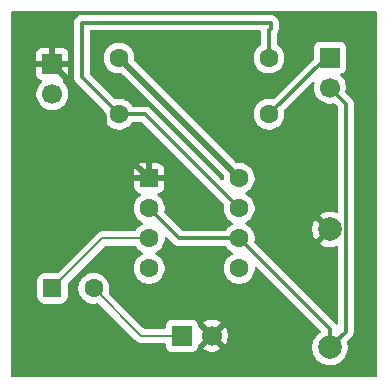
<source format=gbr>
%TF.GenerationSoftware,KiCad,Pcbnew,9.0.7*%
%TF.CreationDate,2026-01-10T14:03:11+05:30*%
%TF.ProjectId,first,66697273-742e-46b6-9963-61645f706362,rev?*%
%TF.SameCoordinates,Original*%
%TF.FileFunction,Copper,L1,Top*%
%TF.FilePolarity,Positive*%
%FSLAX46Y46*%
G04 Gerber Fmt 4.6, Leading zero omitted, Abs format (unit mm)*
G04 Created by KiCad (PCBNEW 9.0.7) date 2026-01-10 14:03:11*
%MOMM*%
%LPD*%
G01*
G04 APERTURE LIST*
G04 Aperture macros list*
%AMRoundRect*
0 Rectangle with rounded corners*
0 $1 Rounding radius*
0 $2 $3 $4 $5 $6 $7 $8 $9 X,Y pos of 4 corners*
0 Add a 4 corners polygon primitive as box body*
4,1,4,$2,$3,$4,$5,$6,$7,$8,$9,$2,$3,0*
0 Add four circle primitives for the rounded corners*
1,1,$1+$1,$2,$3*
1,1,$1+$1,$4,$5*
1,1,$1+$1,$6,$7*
1,1,$1+$1,$8,$9*
0 Add four rect primitives between the rounded corners*
20,1,$1+$1,$2,$3,$4,$5,0*
20,1,$1+$1,$4,$5,$6,$7,0*
20,1,$1+$1,$6,$7,$8,$9,0*
20,1,$1+$1,$8,$9,$2,$3,0*%
G04 Aperture macros list end*
%TA.AperFunction,ComponentPad*%
%ADD10R,1.700000X1.700000*%
%TD*%
%TA.AperFunction,ComponentPad*%
%ADD11C,1.700000*%
%TD*%
%TA.AperFunction,ComponentPad*%
%ADD12C,1.600000*%
%TD*%
%TA.AperFunction,ComponentPad*%
%ADD13RoundRect,0.250000X-0.550000X-0.550000X0.550000X-0.550000X0.550000X0.550000X-0.550000X0.550000X0*%
%TD*%
%TA.AperFunction,ComponentPad*%
%ADD14C,2.000000*%
%TD*%
%TA.AperFunction,Conductor*%
%ADD15C,0.200000*%
%TD*%
%TA.AperFunction,Conductor*%
%ADD16C,0.300000*%
%TD*%
%TA.AperFunction,Conductor*%
%ADD17C,0.500000*%
%TD*%
G04 APERTURE END LIST*
D10*
%TO.P,BATTERY,1,1*%
%TO.N,GND*%
X82500000Y-83500000D03*
D11*
%TO.P,BATTERY,2,2*%
%TO.N,VCC*%
X82500000Y-86040000D03*
%TD*%
D10*
%TO.P,SENSE,1,1*%
%TO.N,Net-(R2-Pad2)*%
X106000000Y-82960000D03*
D11*
%TO.P,SENSE,2,2*%
%TO.N,/TR*%
X106000000Y-85500000D03*
%TD*%
D12*
%TO.P,R2,1*%
%TO.N,/DIS*%
X88150000Y-87750000D03*
%TO.P,R2,2*%
%TO.N,Net-(R2-Pad2)*%
X100850000Y-87750000D03*
%TD*%
%TO.P,R1,1*%
%TO.N,VCC*%
X88150000Y-83000000D03*
%TO.P,R1,2*%
%TO.N,/DIS*%
X100850000Y-83000000D03*
%TD*%
%TO.P,C2,2*%
%TO.N,Net-(C2-Pad2)*%
X86000000Y-102500000D03*
D13*
%TO.P,C2,1*%
%TO.N,/OUT*%
X82500000Y-102500000D03*
%TD*%
D11*
%TO.P,BUZZER,2,2*%
%TO.N,GND*%
X96000000Y-106500000D03*
D10*
%TO.P,BUZZER,1,1*%
%TO.N,Net-(C2-Pad2)*%
X93460000Y-106500000D03*
%TD*%
D14*
%TO.P,C1,2*%
%TO.N,GND*%
X106000000Y-97500000D03*
%TO.P,C1,1*%
%TO.N,/TR*%
X106000000Y-107500000D03*
%TD*%
D12*
%TO.P,U1,8,VCC*%
%TO.N,VCC*%
X98315000Y-93190000D03*
%TO.P,U1,7,DISCH*%
%TO.N,/DIS*%
X98315000Y-95730000D03*
%TO.P,U1,6,THRES*%
%TO.N,/TR*%
X98315000Y-98270000D03*
%TO.P,U1,5,CONT*%
%TO.N,unconnected-(U1-CONT-Pad5)*%
X98315000Y-100810000D03*
%TO.P,U1,4,~{RST}*%
%TO.N,VCC*%
X90695000Y-100810000D03*
%TO.P,U1,3,OUT*%
%TO.N,/OUT*%
X90695000Y-98270000D03*
%TO.P,U1,2,TRIG*%
%TO.N,/TR*%
X90695000Y-95730000D03*
D13*
%TO.P,U1,1,GND*%
%TO.N,GND*%
X90695000Y-93190000D03*
%TD*%
D15*
%TO.N,Net-(C2-Pad2)*%
X90000000Y-106500000D02*
X86000000Y-102500000D01*
X93460000Y-106500000D02*
X90000000Y-106500000D01*
D16*
%TO.N,/TR*%
X90695000Y-95730000D02*
X93235000Y-98270000D01*
D15*
%TO.N,/OUT*%
X86730000Y-98270000D02*
X82500000Y-102500000D01*
X90695000Y-98270000D02*
X86730000Y-98270000D01*
D17*
%TO.N,GND*%
X86899000Y-87899000D02*
X82500000Y-83500000D01*
X86899000Y-89394000D02*
X86899000Y-87899000D01*
X90695000Y-93190000D02*
X86899000Y-89394000D01*
D16*
%TO.N,/TR*%
X106000000Y-105955000D02*
X106000000Y-107500000D01*
X98315000Y-98270000D02*
X106000000Y-105955000D01*
%TO.N,/DIS*%
X101000000Y-80000000D02*
X101000000Y-80500000D01*
X101000000Y-80500000D02*
X100850000Y-80650000D01*
X100850000Y-80650000D02*
X100850000Y-83000000D01*
X85000000Y-80000000D02*
X101000000Y-80000000D01*
X85000000Y-84600000D02*
X85000000Y-80000000D01*
X88150000Y-87750000D02*
X85000000Y-84600000D01*
D17*
%TO.N,VCC*%
X88150000Y-83000000D02*
X98315000Y-93165000D01*
X98315000Y-93165000D02*
X98315000Y-93190000D01*
D16*
%TO.N,/DIS*%
X90335000Y-87750000D02*
X98315000Y-95730000D01*
X88150000Y-87750000D02*
X90335000Y-87750000D01*
%TO.N,/TR*%
X107351000Y-106149000D02*
X106000000Y-107500000D01*
X107351000Y-86851000D02*
X107351000Y-106149000D01*
X106000000Y-85500000D02*
X107351000Y-86851000D01*
%TO.N,Net-(R2-Pad2)*%
X105640000Y-82960000D02*
X100850000Y-87750000D01*
X106000000Y-82960000D02*
X105640000Y-82960000D01*
D17*
%TO.N,GND*%
X82500000Y-83500000D02*
X83500000Y-83500000D01*
D16*
%TO.N,/TR*%
X93235000Y-98270000D02*
X98315000Y-98270000D01*
%TD*%
%TA.AperFunction,Conductor*%
%TO.N,GND*%
G36*
X109942539Y-79020185D02*
G01*
X109988294Y-79072989D01*
X109999500Y-79124500D01*
X109999500Y-109875500D01*
X109979815Y-109942539D01*
X109927011Y-109988294D01*
X109875500Y-109999500D01*
X79124500Y-109999500D01*
X79057461Y-109979815D01*
X79011706Y-109927011D01*
X79000500Y-109875500D01*
X79000500Y-101899983D01*
X81199500Y-101899983D01*
X81199500Y-103100001D01*
X81199501Y-103100018D01*
X81210000Y-103202796D01*
X81210001Y-103202799D01*
X81257856Y-103347213D01*
X81265186Y-103369334D01*
X81357288Y-103518656D01*
X81481344Y-103642712D01*
X81630666Y-103734814D01*
X81797203Y-103789999D01*
X81899991Y-103800500D01*
X83100008Y-103800499D01*
X83202797Y-103789999D01*
X83369334Y-103734814D01*
X83518656Y-103642712D01*
X83642712Y-103518656D01*
X83734814Y-103369334D01*
X83789999Y-103202797D01*
X83800500Y-103100009D01*
X83800499Y-102397648D01*
X84699500Y-102397648D01*
X84699500Y-102602351D01*
X84731522Y-102804534D01*
X84794781Y-102999223D01*
X84887715Y-103181613D01*
X85008028Y-103347213D01*
X85152786Y-103491971D01*
X85307749Y-103604556D01*
X85318390Y-103612287D01*
X85434607Y-103671503D01*
X85500776Y-103705218D01*
X85500778Y-103705218D01*
X85500781Y-103705220D01*
X85591856Y-103734812D01*
X85695465Y-103768477D01*
X85796557Y-103784488D01*
X85897648Y-103800500D01*
X85897649Y-103800500D01*
X86102351Y-103800500D01*
X86102352Y-103800500D01*
X86304534Y-103768477D01*
X86318842Y-103763827D01*
X86388682Y-103761831D01*
X86444842Y-103794077D01*
X89515139Y-106864374D01*
X89515149Y-106864385D01*
X89519479Y-106868715D01*
X89519480Y-106868716D01*
X89631284Y-106980520D01*
X89671152Y-107003537D01*
X89718095Y-107030639D01*
X89718097Y-107030641D01*
X89768213Y-107059576D01*
X89768215Y-107059577D01*
X89920942Y-107100500D01*
X89920943Y-107100500D01*
X91985501Y-107100500D01*
X92052540Y-107120185D01*
X92098295Y-107172989D01*
X92109501Y-107224500D01*
X92109501Y-107397876D01*
X92115908Y-107457483D01*
X92166202Y-107592328D01*
X92166206Y-107592335D01*
X92252452Y-107707544D01*
X92252455Y-107707547D01*
X92367664Y-107793793D01*
X92367671Y-107793797D01*
X92502517Y-107844091D01*
X92502516Y-107844091D01*
X92509444Y-107844835D01*
X92562127Y-107850500D01*
X94357872Y-107850499D01*
X94417483Y-107844091D01*
X94552331Y-107793796D01*
X94667546Y-107707546D01*
X94753796Y-107592331D01*
X94804091Y-107457483D01*
X94810500Y-107397873D01*
X94810499Y-107373979D01*
X94813330Y-107360963D01*
X94823940Y-107341525D01*
X94830179Y-107320275D01*
X94846803Y-107299643D01*
X94846808Y-107299636D01*
X94846811Y-107299634D01*
X94846818Y-107299626D01*
X95517037Y-106629408D01*
X95534075Y-106692993D01*
X95599901Y-106807007D01*
X95692993Y-106900099D01*
X95807007Y-106965925D01*
X95870590Y-106982962D01*
X95238282Y-107615269D01*
X95238282Y-107615270D01*
X95292449Y-107654624D01*
X95481782Y-107751095D01*
X95683870Y-107816757D01*
X95893754Y-107850000D01*
X96106246Y-107850000D01*
X96316127Y-107816757D01*
X96316130Y-107816757D01*
X96518217Y-107751095D01*
X96707554Y-107654622D01*
X96761716Y-107615270D01*
X96761717Y-107615270D01*
X96129408Y-106982962D01*
X96192993Y-106965925D01*
X96307007Y-106900099D01*
X96400099Y-106807007D01*
X96465925Y-106692993D01*
X96482962Y-106629409D01*
X97115270Y-107261717D01*
X97115270Y-107261716D01*
X97154622Y-107207554D01*
X97251095Y-107018217D01*
X97316757Y-106816130D01*
X97316757Y-106816127D01*
X97350000Y-106606246D01*
X97350000Y-106393753D01*
X97316757Y-106183872D01*
X97316757Y-106183869D01*
X97251095Y-105981782D01*
X97154624Y-105792449D01*
X97115270Y-105738282D01*
X97115269Y-105738282D01*
X96482962Y-106370590D01*
X96465925Y-106307007D01*
X96400099Y-106192993D01*
X96307007Y-106099901D01*
X96192993Y-106034075D01*
X96129409Y-106017037D01*
X96761716Y-105384728D01*
X96707550Y-105345375D01*
X96518217Y-105248904D01*
X96316129Y-105183242D01*
X96106246Y-105150000D01*
X95893754Y-105150000D01*
X95683872Y-105183242D01*
X95683869Y-105183242D01*
X95481782Y-105248904D01*
X95292439Y-105345380D01*
X95238282Y-105384727D01*
X95238282Y-105384728D01*
X95870591Y-106017037D01*
X95807007Y-106034075D01*
X95692993Y-106099901D01*
X95599901Y-106192993D01*
X95534075Y-106307007D01*
X95517037Y-106370591D01*
X94846818Y-105700372D01*
X94813333Y-105639049D01*
X94813330Y-105639036D01*
X94810499Y-105626015D01*
X94810499Y-105602128D01*
X94804091Y-105542517D01*
X94775926Y-105467002D01*
X94753798Y-105407673D01*
X94753793Y-105407664D01*
X94667547Y-105292455D01*
X94667544Y-105292452D01*
X94552335Y-105206206D01*
X94552328Y-105206202D01*
X94417482Y-105155908D01*
X94417483Y-105155908D01*
X94357883Y-105149501D01*
X94357881Y-105149500D01*
X94357873Y-105149500D01*
X94357864Y-105149500D01*
X92562129Y-105149500D01*
X92562123Y-105149501D01*
X92502516Y-105155908D01*
X92367671Y-105206202D01*
X92367664Y-105206206D01*
X92252455Y-105292452D01*
X92252452Y-105292455D01*
X92166206Y-105407664D01*
X92166202Y-105407671D01*
X92115908Y-105542517D01*
X92109501Y-105602116D01*
X92109500Y-105602135D01*
X92109500Y-105775500D01*
X92089815Y-105842539D01*
X92037011Y-105888294D01*
X91985500Y-105899500D01*
X90300097Y-105899500D01*
X90233058Y-105879815D01*
X90212416Y-105863181D01*
X87294077Y-102944842D01*
X87260592Y-102883519D01*
X87263828Y-102818841D01*
X87268477Y-102804534D01*
X87300500Y-102602352D01*
X87300500Y-102397648D01*
X87268477Y-102195466D01*
X87205220Y-102000781D01*
X87205218Y-102000778D01*
X87205218Y-102000776D01*
X87153865Y-101899991D01*
X87112287Y-101818390D01*
X87096894Y-101797203D01*
X86991971Y-101652786D01*
X86847213Y-101508028D01*
X86681613Y-101387715D01*
X86681612Y-101387714D01*
X86681610Y-101387713D01*
X86621898Y-101357288D01*
X86499223Y-101294781D01*
X86304534Y-101231522D01*
X86129995Y-101203878D01*
X86102352Y-101199500D01*
X85897648Y-101199500D01*
X85873329Y-101203351D01*
X85695465Y-101231522D01*
X85500776Y-101294781D01*
X85318386Y-101387715D01*
X85152786Y-101508028D01*
X85008028Y-101652786D01*
X84887715Y-101818386D01*
X84794781Y-102000776D01*
X84731522Y-102195465D01*
X84699500Y-102397648D01*
X83800499Y-102397648D01*
X83800499Y-102100095D01*
X83820184Y-102033057D01*
X83836813Y-102012420D01*
X86942416Y-98906819D01*
X87003739Y-98873334D01*
X87030097Y-98870500D01*
X89465398Y-98870500D01*
X89532437Y-98890185D01*
X89575883Y-98938205D01*
X89582715Y-98951614D01*
X89703028Y-99117213D01*
X89847786Y-99261971D01*
X90002749Y-99374556D01*
X90013390Y-99382287D01*
X90104840Y-99428883D01*
X90106080Y-99429515D01*
X90156876Y-99477490D01*
X90173671Y-99545311D01*
X90151134Y-99611446D01*
X90106080Y-99650485D01*
X90013386Y-99697715D01*
X89847786Y-99818028D01*
X89703028Y-99962786D01*
X89582715Y-100128386D01*
X89489781Y-100310776D01*
X89426522Y-100505465D01*
X89394500Y-100707648D01*
X89394500Y-100912351D01*
X89426522Y-101114534D01*
X89489781Y-101309223D01*
X89553691Y-101434653D01*
X89577482Y-101481344D01*
X89582715Y-101491613D01*
X89703028Y-101657213D01*
X89847786Y-101801971D01*
X89982691Y-101899983D01*
X90013390Y-101922287D01*
X90129607Y-101981503D01*
X90195776Y-102015218D01*
X90195778Y-102015218D01*
X90195781Y-102015220D01*
X90250678Y-102033057D01*
X90390465Y-102078477D01*
X90491557Y-102094488D01*
X90592648Y-102110500D01*
X90592649Y-102110500D01*
X90797351Y-102110500D01*
X90797352Y-102110500D01*
X90999534Y-102078477D01*
X91194219Y-102015220D01*
X91376610Y-101922287D01*
X91469590Y-101854732D01*
X91542213Y-101801971D01*
X91542215Y-101801968D01*
X91542219Y-101801966D01*
X91686966Y-101657219D01*
X91686968Y-101657215D01*
X91686971Y-101657213D01*
X91795354Y-101508034D01*
X91807287Y-101491610D01*
X91900220Y-101309219D01*
X91963477Y-101114534D01*
X91995500Y-100912352D01*
X91995500Y-100707648D01*
X91963477Y-100505466D01*
X91900220Y-100310781D01*
X91900218Y-100310778D01*
X91900218Y-100310776D01*
X91866503Y-100244607D01*
X91807287Y-100128390D01*
X91799556Y-100117749D01*
X91686971Y-99962786D01*
X91542213Y-99818028D01*
X91376614Y-99697715D01*
X91370006Y-99694348D01*
X91283917Y-99650483D01*
X91233123Y-99602511D01*
X91216328Y-99534690D01*
X91238865Y-99468555D01*
X91283917Y-99429516D01*
X91376610Y-99382287D01*
X91397770Y-99366913D01*
X91542213Y-99261971D01*
X91542215Y-99261968D01*
X91542219Y-99261966D01*
X91686966Y-99117219D01*
X91686968Y-99117215D01*
X91686971Y-99117213D01*
X91772775Y-98999112D01*
X91807287Y-98951610D01*
X91900220Y-98769219D01*
X91963477Y-98574534D01*
X91995500Y-98372352D01*
X91995500Y-98249808D01*
X92015185Y-98182769D01*
X92067989Y-98137014D01*
X92137147Y-98127070D01*
X92200703Y-98156095D01*
X92207181Y-98162127D01*
X92820324Y-98775271D01*
X92820327Y-98775274D01*
X92901599Y-98829578D01*
X92901598Y-98829578D01*
X92920574Y-98842256D01*
X92926873Y-98846465D01*
X93045256Y-98895501D01*
X93045260Y-98895501D01*
X93045261Y-98895502D01*
X93170928Y-98920500D01*
X93170931Y-98920500D01*
X97116929Y-98920500D01*
X97183968Y-98940185D01*
X97217245Y-98971613D01*
X97252588Y-99020257D01*
X97323034Y-99117219D01*
X97467786Y-99261971D01*
X97622749Y-99374556D01*
X97633390Y-99382287D01*
X97724840Y-99428883D01*
X97726080Y-99429515D01*
X97776876Y-99477490D01*
X97793671Y-99545311D01*
X97771134Y-99611446D01*
X97726080Y-99650485D01*
X97633386Y-99697715D01*
X97467786Y-99818028D01*
X97323028Y-99962786D01*
X97202715Y-100128386D01*
X97109781Y-100310776D01*
X97046522Y-100505465D01*
X97014500Y-100707648D01*
X97014500Y-100912351D01*
X97046522Y-101114534D01*
X97109781Y-101309223D01*
X97173691Y-101434653D01*
X97197482Y-101481344D01*
X97202715Y-101491613D01*
X97323028Y-101657213D01*
X97467786Y-101801971D01*
X97602691Y-101899983D01*
X97633390Y-101922287D01*
X97749607Y-101981503D01*
X97815776Y-102015218D01*
X97815778Y-102015218D01*
X97815781Y-102015220D01*
X97870678Y-102033057D01*
X98010465Y-102078477D01*
X98111557Y-102094488D01*
X98212648Y-102110500D01*
X98212649Y-102110500D01*
X98417351Y-102110500D01*
X98417352Y-102110500D01*
X98619534Y-102078477D01*
X98814219Y-102015220D01*
X98996610Y-101922287D01*
X99089590Y-101854732D01*
X99162213Y-101801971D01*
X99162215Y-101801968D01*
X99162219Y-101801966D01*
X99306966Y-101657219D01*
X99306968Y-101657215D01*
X99306971Y-101657213D01*
X99415354Y-101508034D01*
X99427287Y-101491610D01*
X99520220Y-101309219D01*
X99583477Y-101114534D01*
X99615500Y-100912352D01*
X99615500Y-100789807D01*
X99635185Y-100722768D01*
X99687989Y-100677013D01*
X99757147Y-100667069D01*
X99820703Y-100696094D01*
X99827167Y-100702113D01*
X102472268Y-103347213D01*
X105185126Y-106060071D01*
X105218611Y-106121394D01*
X105213627Y-106191086D01*
X105171755Y-106247019D01*
X105170340Y-106248063D01*
X105022490Y-106355483D01*
X105022488Y-106355485D01*
X105022487Y-106355485D01*
X104855485Y-106522487D01*
X104855485Y-106522488D01*
X104855483Y-106522490D01*
X104795862Y-106604550D01*
X104716657Y-106713566D01*
X104609433Y-106924003D01*
X104536446Y-107148631D01*
X104499500Y-107381902D01*
X104499500Y-107618097D01*
X104536446Y-107851368D01*
X104609433Y-108075996D01*
X104716657Y-108286433D01*
X104855483Y-108477510D01*
X105022490Y-108644517D01*
X105213567Y-108783343D01*
X105312991Y-108834002D01*
X105424003Y-108890566D01*
X105424005Y-108890566D01*
X105424008Y-108890568D01*
X105544412Y-108929689D01*
X105648631Y-108963553D01*
X105881903Y-109000500D01*
X105881908Y-109000500D01*
X106118097Y-109000500D01*
X106351368Y-108963553D01*
X106575992Y-108890568D01*
X106786433Y-108783343D01*
X106977510Y-108644517D01*
X107144517Y-108477510D01*
X107283343Y-108286433D01*
X107390568Y-108075992D01*
X107463553Y-107851368D01*
X107472671Y-107793797D01*
X107500500Y-107618097D01*
X107500500Y-107381902D01*
X107472885Y-107207554D01*
X107463553Y-107148632D01*
X107439888Y-107075802D01*
X107437894Y-107005963D01*
X107470136Y-106949808D01*
X107856277Y-106563669D01*
X107927466Y-106457126D01*
X107976501Y-106338743D01*
X107991543Y-106263127D01*
X108001500Y-106213069D01*
X108001500Y-86786931D01*
X108001500Y-86786928D01*
X107976502Y-86661260D01*
X107976500Y-86661254D01*
X107966749Y-86637715D01*
X107956189Y-86612221D01*
X107928256Y-86544781D01*
X107927468Y-86542878D01*
X107927462Y-86542868D01*
X107856278Y-86436332D01*
X107856272Y-86436325D01*
X107350657Y-85930711D01*
X107317172Y-85869388D01*
X107317689Y-85821245D01*
X107316484Y-85821055D01*
X107350500Y-85606286D01*
X107350500Y-85393713D01*
X107340754Y-85332179D01*
X107317246Y-85183757D01*
X107251557Y-84981588D01*
X107155051Y-84792184D01*
X107155049Y-84792181D01*
X107155048Y-84792179D01*
X107030109Y-84620213D01*
X106916569Y-84506673D01*
X106883084Y-84445350D01*
X106888068Y-84375658D01*
X106929940Y-84319725D01*
X106960915Y-84302810D01*
X107092331Y-84253796D01*
X107207546Y-84167546D01*
X107293796Y-84052331D01*
X107344091Y-83917483D01*
X107350500Y-83857873D01*
X107350499Y-82062128D01*
X107344091Y-82002517D01*
X107306692Y-81902246D01*
X107293797Y-81867671D01*
X107293793Y-81867664D01*
X107207547Y-81752455D01*
X107207544Y-81752452D01*
X107092335Y-81666206D01*
X107092328Y-81666202D01*
X106957482Y-81615908D01*
X106957483Y-81615908D01*
X106897883Y-81609501D01*
X106897881Y-81609500D01*
X106897873Y-81609500D01*
X106897864Y-81609500D01*
X105102129Y-81609500D01*
X105102123Y-81609501D01*
X105042516Y-81615908D01*
X104907671Y-81666202D01*
X104907664Y-81666206D01*
X104792455Y-81752452D01*
X104792452Y-81752455D01*
X104706206Y-81867664D01*
X104706202Y-81867671D01*
X104655908Y-82002517D01*
X104649501Y-82062116D01*
X104649501Y-82062123D01*
X104649500Y-82062135D01*
X104649500Y-82979191D01*
X104629815Y-83046230D01*
X104613181Y-83066872D01*
X101237190Y-86442862D01*
X101175867Y-86476347D01*
X101130111Y-86477654D01*
X100984611Y-86454609D01*
X100952352Y-86449500D01*
X100747648Y-86449500D01*
X100723329Y-86453351D01*
X100545465Y-86481522D01*
X100350776Y-86544781D01*
X100168386Y-86637715D01*
X100002786Y-86758028D01*
X99858028Y-86902786D01*
X99737715Y-87068386D01*
X99644781Y-87250776D01*
X99581522Y-87445465D01*
X99549500Y-87647648D01*
X99549500Y-87852351D01*
X99581522Y-88054534D01*
X99644781Y-88249223D01*
X99737715Y-88431613D01*
X99858028Y-88597213D01*
X100002786Y-88741971D01*
X100157749Y-88854556D01*
X100168390Y-88862287D01*
X100284607Y-88921503D01*
X100350776Y-88955218D01*
X100350778Y-88955218D01*
X100350781Y-88955220D01*
X100455137Y-88989127D01*
X100545465Y-89018477D01*
X100646557Y-89034488D01*
X100747648Y-89050500D01*
X100747649Y-89050500D01*
X100952351Y-89050500D01*
X100952352Y-89050500D01*
X101154534Y-89018477D01*
X101349219Y-88955220D01*
X101531610Y-88862287D01*
X101624590Y-88794732D01*
X101697213Y-88741971D01*
X101697215Y-88741968D01*
X101697219Y-88741966D01*
X101841966Y-88597219D01*
X101841968Y-88597215D01*
X101841971Y-88597213D01*
X101894732Y-88524590D01*
X101962287Y-88431610D01*
X102055220Y-88249219D01*
X102118477Y-88054534D01*
X102150500Y-87852352D01*
X102150500Y-87647648D01*
X102122345Y-87469886D01*
X102131300Y-87400593D01*
X102157134Y-87362810D01*
X104484342Y-85035602D01*
X104545663Y-85002119D01*
X104615355Y-85007103D01*
X104671288Y-85048975D01*
X104695705Y-85114439D01*
X104689953Y-85161601D01*
X104682753Y-85183761D01*
X104649500Y-85393713D01*
X104649500Y-85606286D01*
X104668105Y-85723757D01*
X104682754Y-85816243D01*
X104720922Y-85933713D01*
X104748444Y-86018414D01*
X104844951Y-86207820D01*
X104969890Y-86379786D01*
X105120213Y-86530109D01*
X105292179Y-86655048D01*
X105292181Y-86655049D01*
X105292184Y-86655051D01*
X105481588Y-86751557D01*
X105683757Y-86817246D01*
X105893713Y-86850500D01*
X105893714Y-86850500D01*
X106106286Y-86850500D01*
X106106287Y-86850500D01*
X106216111Y-86833105D01*
X106321055Y-86816484D01*
X106321315Y-86818128D01*
X106383852Y-86821250D01*
X106430711Y-86850657D01*
X106664181Y-87084127D01*
X106697666Y-87145450D01*
X106700500Y-87171808D01*
X106700500Y-95979742D01*
X106680815Y-96046781D01*
X106628011Y-96092536D01*
X106558853Y-96102480D01*
X106538182Y-96097673D01*
X106351247Y-96036934D01*
X106351248Y-96036934D01*
X106118052Y-96000000D01*
X105881948Y-96000000D01*
X105648752Y-96036934D01*
X105424197Y-96109897D01*
X105213830Y-96217084D01*
X105130894Y-96277340D01*
X105870591Y-97017037D01*
X105807007Y-97034075D01*
X105692993Y-97099901D01*
X105599901Y-97192993D01*
X105534075Y-97307007D01*
X105517037Y-97370591D01*
X104777340Y-96630894D01*
X104717084Y-96713830D01*
X104609897Y-96924197D01*
X104536934Y-97148752D01*
X104500000Y-97381947D01*
X104500000Y-97618052D01*
X104536934Y-97851247D01*
X104609897Y-98075802D01*
X104717087Y-98286174D01*
X104777338Y-98369104D01*
X104777340Y-98369105D01*
X105517037Y-97629408D01*
X105534075Y-97692993D01*
X105599901Y-97807007D01*
X105692993Y-97900099D01*
X105807007Y-97965925D01*
X105870589Y-97982962D01*
X105130893Y-98722658D01*
X105213828Y-98782914D01*
X105424197Y-98890102D01*
X105648752Y-98963065D01*
X105648751Y-98963065D01*
X105881948Y-99000000D01*
X106118052Y-99000000D01*
X106351245Y-98963065D01*
X106538181Y-98902326D01*
X106608022Y-98900331D01*
X106667855Y-98936411D01*
X106698684Y-98999112D01*
X106700500Y-99020257D01*
X106700500Y-105436192D01*
X106694261Y-105457437D01*
X106692682Y-105479525D01*
X106684609Y-105490308D01*
X106680815Y-105503231D01*
X106664083Y-105517729D01*
X106650811Y-105535459D01*
X106638188Y-105540166D01*
X106628011Y-105548986D01*
X106606095Y-105552137D01*
X106585347Y-105559876D01*
X106572185Y-105557013D01*
X106558853Y-105558930D01*
X106538711Y-105549731D01*
X106517074Y-105545025D01*
X106499345Y-105531753D01*
X106495297Y-105529905D01*
X106488819Y-105523874D01*
X106455253Y-105490308D01*
X106414669Y-105449724D01*
X103043422Y-102078477D01*
X99622137Y-98657191D01*
X99588652Y-98595868D01*
X99587345Y-98550112D01*
X99615500Y-98372351D01*
X99615500Y-98167648D01*
X99583477Y-97965465D01*
X99546365Y-97851247D01*
X99520220Y-97770781D01*
X99520218Y-97770778D01*
X99520218Y-97770776D01*
X99480585Y-97692993D01*
X99427287Y-97588390D01*
X99410294Y-97565001D01*
X99326713Y-97449960D01*
X99326712Y-97449959D01*
X99306969Y-97422784D01*
X99162213Y-97278028D01*
X98996614Y-97157715D01*
X98979023Y-97148752D01*
X98903917Y-97110483D01*
X98853123Y-97062511D01*
X98836328Y-96994690D01*
X98858865Y-96928555D01*
X98903917Y-96889516D01*
X98996610Y-96842287D01*
X99017770Y-96826913D01*
X99162213Y-96721971D01*
X99162215Y-96721968D01*
X99162219Y-96721966D01*
X99306966Y-96577219D01*
X99306968Y-96577215D01*
X99306971Y-96577213D01*
X99359732Y-96504590D01*
X99427287Y-96411610D01*
X99520220Y-96229219D01*
X99583477Y-96034534D01*
X99615500Y-95832352D01*
X99615500Y-95627648D01*
X99583477Y-95425466D01*
X99520220Y-95230781D01*
X99520218Y-95230778D01*
X99520218Y-95230776D01*
X99486503Y-95164607D01*
X99427287Y-95048390D01*
X99419556Y-95037749D01*
X99306971Y-94882786D01*
X99162213Y-94738028D01*
X98996614Y-94617715D01*
X98989884Y-94614286D01*
X98903917Y-94570483D01*
X98853123Y-94522511D01*
X98836328Y-94454690D01*
X98858865Y-94388555D01*
X98903917Y-94349516D01*
X98996610Y-94302287D01*
X99017770Y-94286913D01*
X99162213Y-94181971D01*
X99162215Y-94181968D01*
X99162219Y-94181966D01*
X99306966Y-94037219D01*
X99306968Y-94037215D01*
X99306971Y-94037213D01*
X99359732Y-93964590D01*
X99427287Y-93871610D01*
X99520220Y-93689219D01*
X99583477Y-93494534D01*
X99615500Y-93292352D01*
X99615500Y-93087648D01*
X99593380Y-92947988D01*
X99583477Y-92885465D01*
X99520218Y-92690776D01*
X99486503Y-92624607D01*
X99427287Y-92508390D01*
X99411966Y-92487302D01*
X99306971Y-92342786D01*
X99162213Y-92198028D01*
X98996613Y-92077715D01*
X98996612Y-92077714D01*
X98996610Y-92077713D01*
X98937675Y-92047684D01*
X98814223Y-91984781D01*
X98619534Y-91921522D01*
X98444995Y-91893878D01*
X98417352Y-91889500D01*
X98212648Y-91889500D01*
X98212642Y-91889500D01*
X98178553Y-91894899D01*
X98109260Y-91885944D01*
X98071475Y-91860107D01*
X89476473Y-83265105D01*
X89442988Y-83203782D01*
X89441681Y-83158027D01*
X89450500Y-83102352D01*
X89450500Y-82897648D01*
X89418477Y-82695466D01*
X89355220Y-82500781D01*
X89355218Y-82500778D01*
X89355218Y-82500776D01*
X89307898Y-82407906D01*
X89262287Y-82318390D01*
X89243704Y-82292812D01*
X89141971Y-82152786D01*
X88997213Y-82008028D01*
X88831613Y-81887715D01*
X88831612Y-81887714D01*
X88831610Y-81887713D01*
X88751542Y-81846916D01*
X88649223Y-81794781D01*
X88454534Y-81731522D01*
X88279995Y-81703878D01*
X88252352Y-81699500D01*
X88047648Y-81699500D01*
X88023329Y-81703351D01*
X87845465Y-81731522D01*
X87650776Y-81794781D01*
X87468386Y-81887715D01*
X87302786Y-82008028D01*
X87158028Y-82152786D01*
X87037715Y-82318386D01*
X86944781Y-82500776D01*
X86881522Y-82695465D01*
X86849500Y-82897648D01*
X86849500Y-83102351D01*
X86881522Y-83304534D01*
X86944781Y-83499223D01*
X87037715Y-83681613D01*
X87158028Y-83847213D01*
X87302786Y-83991971D01*
X87385872Y-84052335D01*
X87468390Y-84112287D01*
X87576838Y-84167544D01*
X87650776Y-84205218D01*
X87650778Y-84205218D01*
X87650781Y-84205220D01*
X87755137Y-84239127D01*
X87845465Y-84268477D01*
X87929564Y-84281797D01*
X88047648Y-84300500D01*
X88047649Y-84300500D01*
X88252350Y-84300500D01*
X88252352Y-84300500D01*
X88308026Y-84291681D01*
X88377318Y-84300635D01*
X88415105Y-84326473D01*
X96991944Y-92903312D01*
X97008422Y-92933489D01*
X97025195Y-92963582D01*
X97025216Y-92964246D01*
X97025429Y-92964635D01*
X97028019Y-92998763D01*
X97027651Y-93004610D01*
X97014500Y-93087648D01*
X97014500Y-93214075D01*
X97014256Y-93217962D01*
X97003606Y-93247291D01*
X96994815Y-93277231D01*
X96991780Y-93279860D01*
X96990409Y-93283637D01*
X96965583Y-93302560D01*
X96942011Y-93322986D01*
X96938037Y-93323557D01*
X96934842Y-93325993D01*
X96903732Y-93328489D01*
X96872853Y-93332930D01*
X96869199Y-93331261D01*
X96865196Y-93331583D01*
X96837680Y-93316867D01*
X96809297Y-93303905D01*
X96803701Y-93298694D01*
X96803584Y-93298632D01*
X96803529Y-93298534D01*
X96802819Y-93297873D01*
X90749674Y-87244727D01*
X90749673Y-87244726D01*
X90675328Y-87195051D01*
X90643127Y-87173535D01*
X90524744Y-87124499D01*
X90524738Y-87124497D01*
X90399071Y-87099500D01*
X90399069Y-87099500D01*
X89348071Y-87099500D01*
X89281032Y-87079815D01*
X89247754Y-87048386D01*
X89141966Y-86902781D01*
X88997219Y-86758034D01*
X88997213Y-86758028D01*
X88831613Y-86637715D01*
X88831612Y-86637714D01*
X88831610Y-86637713D01*
X88774653Y-86608691D01*
X88649223Y-86544781D01*
X88454534Y-86481522D01*
X88279995Y-86453878D01*
X88252352Y-86449500D01*
X88047648Y-86449500D01*
X87869886Y-86477654D01*
X87800593Y-86468699D01*
X87762808Y-86442862D01*
X85686819Y-84366873D01*
X85653334Y-84305550D01*
X85650500Y-84279192D01*
X85650500Y-80774500D01*
X85670185Y-80707461D01*
X85722989Y-80661706D01*
X85774500Y-80650500D01*
X100075500Y-80650500D01*
X100142539Y-80670185D01*
X100188294Y-80722989D01*
X100199500Y-80774500D01*
X100199500Y-81801928D01*
X100179815Y-81868967D01*
X100148385Y-81902246D01*
X100002787Y-82008028D01*
X100002782Y-82008032D01*
X99858028Y-82152786D01*
X99737715Y-82318386D01*
X99644781Y-82500776D01*
X99581522Y-82695465D01*
X99549500Y-82897648D01*
X99549500Y-83102351D01*
X99581522Y-83304534D01*
X99644781Y-83499223D01*
X99737715Y-83681613D01*
X99858028Y-83847213D01*
X100002786Y-83991971D01*
X100085872Y-84052335D01*
X100168390Y-84112287D01*
X100276838Y-84167544D01*
X100350776Y-84205218D01*
X100350778Y-84205218D01*
X100350781Y-84205220D01*
X100455137Y-84239127D01*
X100545465Y-84268477D01*
X100629564Y-84281797D01*
X100747648Y-84300500D01*
X100747649Y-84300500D01*
X100952351Y-84300500D01*
X100952352Y-84300500D01*
X101154534Y-84268477D01*
X101349219Y-84205220D01*
X101531610Y-84112287D01*
X101624590Y-84044732D01*
X101697213Y-83991971D01*
X101697215Y-83991968D01*
X101697219Y-83991966D01*
X101841966Y-83847219D01*
X101841968Y-83847215D01*
X101841971Y-83847213D01*
X101912599Y-83750000D01*
X101962287Y-83681610D01*
X102055220Y-83499219D01*
X102118477Y-83304534D01*
X102150500Y-83102352D01*
X102150500Y-82897648D01*
X102118477Y-82695466D01*
X102055220Y-82500781D01*
X102055218Y-82500778D01*
X102055218Y-82500776D01*
X102007898Y-82407906D01*
X101962287Y-82318390D01*
X101943704Y-82292812D01*
X101841971Y-82152786D01*
X101697217Y-82008032D01*
X101697212Y-82008028D01*
X101551615Y-81902246D01*
X101508949Y-81846916D01*
X101500500Y-81801928D01*
X101500500Y-80959432D01*
X101520185Y-80892393D01*
X101521398Y-80890542D01*
X101576464Y-80808128D01*
X101576465Y-80808127D01*
X101625501Y-80689744D01*
X101638280Y-80625501D01*
X101650500Y-80564069D01*
X101650500Y-79935931D01*
X101650500Y-79935928D01*
X101625502Y-79810261D01*
X101625501Y-79810260D01*
X101625501Y-79810256D01*
X101576465Y-79691873D01*
X101576464Y-79691872D01*
X101576461Y-79691866D01*
X101505276Y-79585331D01*
X101505273Y-79585327D01*
X101414672Y-79494726D01*
X101414668Y-79494723D01*
X101308133Y-79423538D01*
X101308124Y-79423533D01*
X101189744Y-79374499D01*
X101189738Y-79374497D01*
X101064071Y-79349500D01*
X101064069Y-79349500D01*
X85064069Y-79349500D01*
X84935931Y-79349500D01*
X84935929Y-79349500D01*
X84810261Y-79374497D01*
X84810255Y-79374499D01*
X84691875Y-79423533D01*
X84691866Y-79423538D01*
X84585331Y-79494723D01*
X84585327Y-79494726D01*
X84494726Y-79585327D01*
X84494723Y-79585331D01*
X84423538Y-79691866D01*
X84423533Y-79691875D01*
X84374499Y-79810255D01*
X84374497Y-79810261D01*
X84349500Y-79935928D01*
X84349500Y-84664070D01*
X84361195Y-84722860D01*
X84361195Y-84722862D01*
X84374497Y-84789736D01*
X84374499Y-84789744D01*
X84413662Y-84884293D01*
X84423535Y-84908127D01*
X84489668Y-85007103D01*
X84494726Y-85014673D01*
X84494727Y-85014674D01*
X86842862Y-87362808D01*
X86876347Y-87424131D01*
X86877654Y-87469886D01*
X86849500Y-87647647D01*
X86849500Y-87852351D01*
X86881522Y-88054534D01*
X86944781Y-88249223D01*
X87037715Y-88431613D01*
X87158028Y-88597213D01*
X87302786Y-88741971D01*
X87457749Y-88854556D01*
X87468390Y-88862287D01*
X87584607Y-88921503D01*
X87650776Y-88955218D01*
X87650778Y-88955218D01*
X87650781Y-88955220D01*
X87755137Y-88989127D01*
X87845465Y-89018477D01*
X87946557Y-89034488D01*
X88047648Y-89050500D01*
X88047649Y-89050500D01*
X88252351Y-89050500D01*
X88252352Y-89050500D01*
X88454534Y-89018477D01*
X88649219Y-88955220D01*
X88831610Y-88862287D01*
X88924590Y-88794732D01*
X88997213Y-88741971D01*
X88997215Y-88741968D01*
X88997219Y-88741966D01*
X89141966Y-88597219D01*
X89247753Y-88451613D01*
X89303082Y-88408949D01*
X89348071Y-88400500D01*
X90014192Y-88400500D01*
X90081231Y-88420185D01*
X90101873Y-88436819D01*
X97007862Y-95342808D01*
X97041347Y-95404131D01*
X97042654Y-95449886D01*
X97014500Y-95627647D01*
X97014500Y-95832351D01*
X97046522Y-96034534D01*
X97109781Y-96229223D01*
X97202715Y-96411613D01*
X97323028Y-96577213D01*
X97467786Y-96721971D01*
X97622749Y-96834556D01*
X97633390Y-96842287D01*
X97724840Y-96888883D01*
X97726080Y-96889515D01*
X97776876Y-96937490D01*
X97793671Y-97005311D01*
X97771134Y-97071446D01*
X97726080Y-97110485D01*
X97633386Y-97157715D01*
X97467786Y-97278028D01*
X97323034Y-97422780D01*
X97303288Y-97449959D01*
X97217246Y-97568386D01*
X97161918Y-97611051D01*
X97116929Y-97619500D01*
X93555808Y-97619500D01*
X93488769Y-97599815D01*
X93468127Y-97583181D01*
X92002137Y-96117191D01*
X91968652Y-96055868D01*
X91967345Y-96010112D01*
X91995500Y-95832351D01*
X91995500Y-95627648D01*
X91963477Y-95425465D01*
X91900218Y-95230776D01*
X91866503Y-95164607D01*
X91807287Y-95048390D01*
X91799556Y-95037749D01*
X91686971Y-94882786D01*
X91542217Y-94738032D01*
X91542212Y-94738028D01*
X91448051Y-94669616D01*
X91405385Y-94614286D01*
X91399406Y-94544673D01*
X91432012Y-94482878D01*
X91481933Y-94451592D01*
X91564117Y-94424359D01*
X91564124Y-94424356D01*
X91713345Y-94332315D01*
X91837315Y-94208345D01*
X91929356Y-94059124D01*
X91929358Y-94059119D01*
X91984505Y-93892697D01*
X91984506Y-93892690D01*
X91994999Y-93789986D01*
X91995000Y-93789973D01*
X91995000Y-93440000D01*
X91010686Y-93440000D01*
X91015080Y-93435606D01*
X91067741Y-93344394D01*
X91095000Y-93242661D01*
X91095000Y-93137339D01*
X91067741Y-93035606D01*
X91015080Y-92944394D01*
X91010686Y-92940000D01*
X91994999Y-92940000D01*
X91994999Y-92590028D01*
X91994998Y-92590013D01*
X91984505Y-92487302D01*
X91929358Y-92320880D01*
X91929356Y-92320875D01*
X91837315Y-92171654D01*
X91713345Y-92047684D01*
X91564124Y-91955643D01*
X91564119Y-91955641D01*
X91397697Y-91900494D01*
X91397690Y-91900493D01*
X91294986Y-91890000D01*
X90945000Y-91890000D01*
X90945000Y-92874314D01*
X90940606Y-92869920D01*
X90849394Y-92817259D01*
X90747661Y-92790000D01*
X90642339Y-92790000D01*
X90540606Y-92817259D01*
X90449394Y-92869920D01*
X90445000Y-92874314D01*
X90445000Y-91890000D01*
X90095028Y-91890000D01*
X90095012Y-91890001D01*
X89992302Y-91900494D01*
X89825880Y-91955641D01*
X89825875Y-91955643D01*
X89676654Y-92047684D01*
X89552684Y-92171654D01*
X89460643Y-92320875D01*
X89460641Y-92320880D01*
X89405494Y-92487302D01*
X89405493Y-92487309D01*
X89395000Y-92590013D01*
X89395000Y-92940000D01*
X90379314Y-92940000D01*
X90374920Y-92944394D01*
X90322259Y-93035606D01*
X90295000Y-93137339D01*
X90295000Y-93242661D01*
X90322259Y-93344394D01*
X90374920Y-93435606D01*
X90379314Y-93440000D01*
X89395001Y-93440000D01*
X89395001Y-93789986D01*
X89405494Y-93892697D01*
X89460641Y-94059119D01*
X89460643Y-94059124D01*
X89552684Y-94208345D01*
X89676654Y-94332315D01*
X89825875Y-94424356D01*
X89825882Y-94424359D01*
X89908067Y-94451592D01*
X89965512Y-94491364D01*
X89992336Y-94555880D01*
X89980021Y-94624656D01*
X89941949Y-94669616D01*
X89847787Y-94738028D01*
X89847782Y-94738032D01*
X89703028Y-94882786D01*
X89582715Y-95048386D01*
X89489781Y-95230776D01*
X89426522Y-95425465D01*
X89394500Y-95627648D01*
X89394500Y-95832351D01*
X89426522Y-96034534D01*
X89489781Y-96229223D01*
X89582715Y-96411613D01*
X89703028Y-96577213D01*
X89847786Y-96721971D01*
X90002749Y-96834556D01*
X90013390Y-96842287D01*
X90104840Y-96888883D01*
X90106080Y-96889515D01*
X90156876Y-96937490D01*
X90173671Y-97005311D01*
X90151134Y-97071446D01*
X90106080Y-97110485D01*
X90013386Y-97157715D01*
X89847786Y-97278028D01*
X89703028Y-97422786D01*
X89582715Y-97588385D01*
X89575883Y-97601795D01*
X89527909Y-97652591D01*
X89465398Y-97669500D01*
X86650940Y-97669500D01*
X86610019Y-97680464D01*
X86610019Y-97680465D01*
X86572751Y-97690451D01*
X86498214Y-97710423D01*
X86498209Y-97710426D01*
X86361290Y-97789475D01*
X86361282Y-97789481D01*
X86249478Y-97901286D01*
X82987582Y-101163181D01*
X82926259Y-101196666D01*
X82899901Y-101199500D01*
X81899998Y-101199500D01*
X81899980Y-101199501D01*
X81797203Y-101210000D01*
X81797200Y-101210001D01*
X81630668Y-101265185D01*
X81630663Y-101265187D01*
X81481342Y-101357289D01*
X81357289Y-101481342D01*
X81265187Y-101630663D01*
X81265186Y-101630666D01*
X81210001Y-101797203D01*
X81210001Y-101797204D01*
X81210000Y-101797204D01*
X81199500Y-101899983D01*
X79000500Y-101899983D01*
X79000500Y-85933713D01*
X81149500Y-85933713D01*
X81149500Y-86146287D01*
X81182754Y-86356243D01*
X81243394Y-86542874D01*
X81248444Y-86558414D01*
X81344951Y-86747820D01*
X81469890Y-86919786D01*
X81620213Y-87070109D01*
X81792179Y-87195048D01*
X81792181Y-87195049D01*
X81792184Y-87195051D01*
X81981588Y-87291557D01*
X82183757Y-87357246D01*
X82393713Y-87390500D01*
X82393714Y-87390500D01*
X82606286Y-87390500D01*
X82606287Y-87390500D01*
X82816243Y-87357246D01*
X83018412Y-87291557D01*
X83207816Y-87195051D01*
X83237432Y-87173534D01*
X83379786Y-87070109D01*
X83379788Y-87070106D01*
X83379792Y-87070104D01*
X83530104Y-86919792D01*
X83530106Y-86919788D01*
X83530109Y-86919786D01*
X83655048Y-86747820D01*
X83655047Y-86747820D01*
X83655051Y-86747816D01*
X83751557Y-86558412D01*
X83817246Y-86356243D01*
X83850500Y-86146287D01*
X83850500Y-85933713D01*
X83817246Y-85723757D01*
X83751557Y-85521588D01*
X83655051Y-85332184D01*
X83655049Y-85332181D01*
X83655048Y-85332179D01*
X83530109Y-85160213D01*
X83416181Y-85046285D01*
X83382696Y-84984962D01*
X83387680Y-84915270D01*
X83429552Y-84859337D01*
X83460529Y-84842422D01*
X83592086Y-84793354D01*
X83592093Y-84793350D01*
X83707187Y-84707190D01*
X83707190Y-84707187D01*
X83793350Y-84592093D01*
X83793354Y-84592086D01*
X83843596Y-84457379D01*
X83843598Y-84457372D01*
X83849999Y-84397844D01*
X83850000Y-84397827D01*
X83850000Y-83750000D01*
X82933012Y-83750000D01*
X82965925Y-83692993D01*
X83000000Y-83565826D01*
X83000000Y-83434174D01*
X82965925Y-83307007D01*
X82933012Y-83250000D01*
X83850000Y-83250000D01*
X83850000Y-82602172D01*
X83849999Y-82602155D01*
X83843598Y-82542627D01*
X83843596Y-82542620D01*
X83793354Y-82407913D01*
X83793350Y-82407906D01*
X83707190Y-82292812D01*
X83707187Y-82292809D01*
X83592093Y-82206649D01*
X83592086Y-82206645D01*
X83457379Y-82156403D01*
X83457372Y-82156401D01*
X83397844Y-82150000D01*
X82750000Y-82150000D01*
X82750000Y-83066988D01*
X82692993Y-83034075D01*
X82565826Y-83000000D01*
X82434174Y-83000000D01*
X82307007Y-83034075D01*
X82250000Y-83066988D01*
X82250000Y-82150000D01*
X81602155Y-82150000D01*
X81542627Y-82156401D01*
X81542620Y-82156403D01*
X81407913Y-82206645D01*
X81407906Y-82206649D01*
X81292812Y-82292809D01*
X81292809Y-82292812D01*
X81206649Y-82407906D01*
X81206645Y-82407913D01*
X81156403Y-82542620D01*
X81156401Y-82542627D01*
X81150000Y-82602155D01*
X81150000Y-83250000D01*
X82066988Y-83250000D01*
X82034075Y-83307007D01*
X82000000Y-83434174D01*
X82000000Y-83565826D01*
X82034075Y-83692993D01*
X82066988Y-83750000D01*
X81150000Y-83750000D01*
X81150000Y-84397844D01*
X81156401Y-84457372D01*
X81156403Y-84457379D01*
X81206645Y-84592086D01*
X81206649Y-84592093D01*
X81292809Y-84707187D01*
X81292812Y-84707190D01*
X81407906Y-84793350D01*
X81407913Y-84793354D01*
X81539470Y-84842422D01*
X81595404Y-84884293D01*
X81619821Y-84949758D01*
X81604969Y-85018031D01*
X81583819Y-85046285D01*
X81469889Y-85160215D01*
X81344951Y-85332179D01*
X81248444Y-85521585D01*
X81248443Y-85521587D01*
X81248443Y-85521588D01*
X81215598Y-85622672D01*
X81182753Y-85723760D01*
X81167343Y-85821055D01*
X81149500Y-85933713D01*
X79000500Y-85933713D01*
X79000500Y-79124500D01*
X79020185Y-79057461D01*
X79072989Y-79011706D01*
X79124500Y-79000500D01*
X109875500Y-79000500D01*
X109942539Y-79020185D01*
G37*
%TD.AperFunction*%
%TD*%
M02*

</source>
